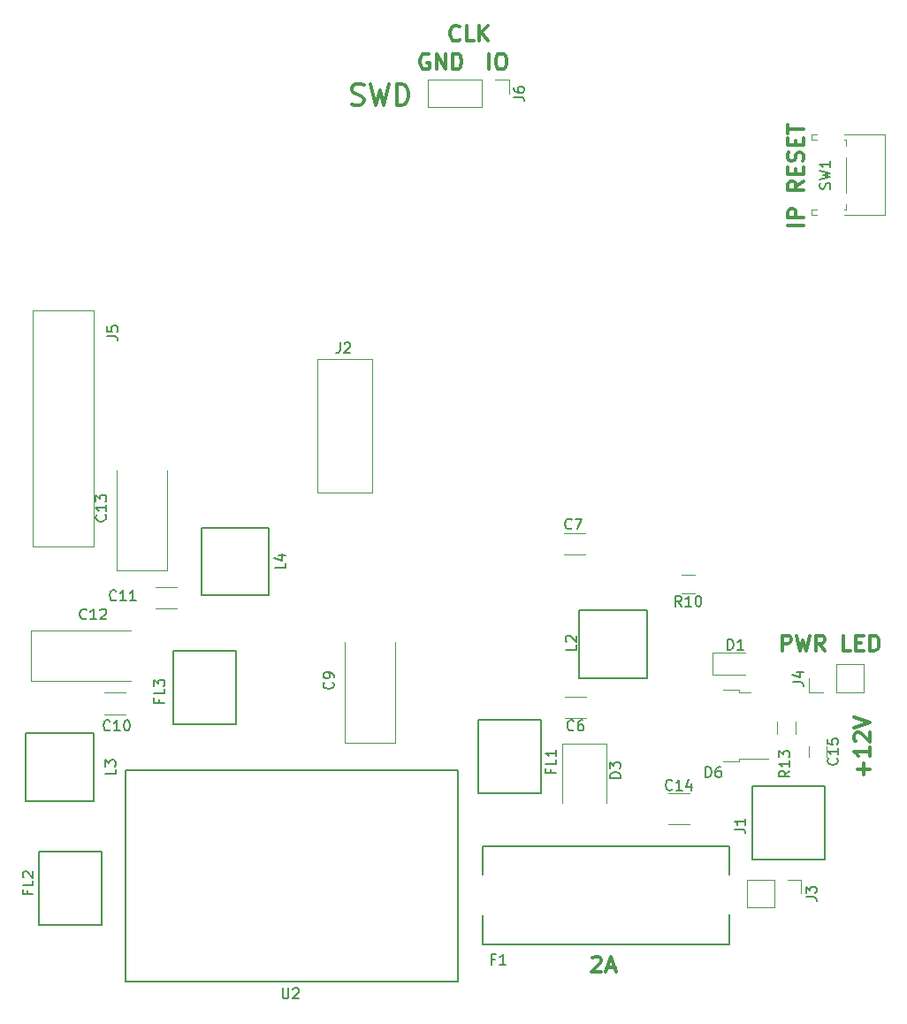
<source format=gbr>
G04 #@! TF.GenerationSoftware,KiCad,Pcbnew,(5.1.2)-1*
G04 #@! TF.CreationDate,2019-12-09T15:18:37+03:00*
G04 #@! TF.ProjectId,controller_board,636f6e74-726f-46c6-9c65-725f626f6172,rev?*
G04 #@! TF.SameCoordinates,Original*
G04 #@! TF.FileFunction,Legend,Top*
G04 #@! TF.FilePolarity,Positive*
%FSLAX46Y46*%
G04 Gerber Fmt 4.6, Leading zero omitted, Abs format (unit mm)*
G04 Created by KiCad (PCBNEW (5.1.2)-1) date 2019-12-09 15:18:37*
%MOMM*%
%LPD*%
G04 APERTURE LIST*
%ADD10C,0.300000*%
%ADD11C,0.150000*%
%ADD12C,0.120000*%
%ADD13C,0.200000*%
G04 APERTURE END LIST*
D10*
X171228571Y-132971428D02*
X171300000Y-132900000D01*
X171442857Y-132828571D01*
X171800000Y-132828571D01*
X171942857Y-132900000D01*
X172014285Y-132971428D01*
X172085714Y-133114285D01*
X172085714Y-133257142D01*
X172014285Y-133471428D01*
X171157142Y-134328571D01*
X172085714Y-134328571D01*
X172657142Y-133900000D02*
X173371428Y-133900000D01*
X172514285Y-134328571D02*
X173014285Y-132828571D01*
X173514285Y-134328571D01*
X189392857Y-103578571D02*
X189392857Y-102078571D01*
X189964285Y-102078571D01*
X190107142Y-102150000D01*
X190178571Y-102221428D01*
X190250000Y-102364285D01*
X190250000Y-102578571D01*
X190178571Y-102721428D01*
X190107142Y-102792857D01*
X189964285Y-102864285D01*
X189392857Y-102864285D01*
X190750000Y-102078571D02*
X191107142Y-103578571D01*
X191392857Y-102507142D01*
X191678571Y-103578571D01*
X192035714Y-102078571D01*
X193464285Y-103578571D02*
X192964285Y-102864285D01*
X192607142Y-103578571D02*
X192607142Y-102078571D01*
X193178571Y-102078571D01*
X193321428Y-102150000D01*
X193392857Y-102221428D01*
X193464285Y-102364285D01*
X193464285Y-102578571D01*
X193392857Y-102721428D01*
X193321428Y-102792857D01*
X193178571Y-102864285D01*
X192607142Y-102864285D01*
X195964285Y-103578571D02*
X195250000Y-103578571D01*
X195250000Y-102078571D01*
X196464285Y-102792857D02*
X196964285Y-102792857D01*
X197178571Y-103578571D02*
X196464285Y-103578571D01*
X196464285Y-102078571D01*
X197178571Y-102078571D01*
X197821428Y-103578571D02*
X197821428Y-102078571D01*
X198178571Y-102078571D01*
X198392857Y-102150000D01*
X198535714Y-102292857D01*
X198607142Y-102435714D01*
X198678571Y-102721428D01*
X198678571Y-102935714D01*
X198607142Y-103221428D01*
X198535714Y-103364285D01*
X198392857Y-103507142D01*
X198178571Y-103578571D01*
X197821428Y-103578571D01*
X197207142Y-115442857D02*
X197207142Y-114300000D01*
X197778571Y-114871428D02*
X196635714Y-114871428D01*
X197778571Y-112800000D02*
X197778571Y-113657142D01*
X197778571Y-113228571D02*
X196278571Y-113228571D01*
X196492857Y-113371428D01*
X196635714Y-113514285D01*
X196707142Y-113657142D01*
X196421428Y-112228571D02*
X196350000Y-112157142D01*
X196278571Y-112014285D01*
X196278571Y-111657142D01*
X196350000Y-111514285D01*
X196421428Y-111442857D01*
X196564285Y-111371428D01*
X196707142Y-111371428D01*
X196921428Y-111442857D01*
X197778571Y-112300000D01*
X197778571Y-111371428D01*
X196278571Y-110942857D02*
X197778571Y-110442857D01*
X196278571Y-109942857D01*
X191428571Y-62814285D02*
X189928571Y-62814285D01*
X191428571Y-62100000D02*
X189928571Y-62100000D01*
X189928571Y-61528571D01*
X190000000Y-61385714D01*
X190071428Y-61314285D01*
X190214285Y-61242857D01*
X190428571Y-61242857D01*
X190571428Y-61314285D01*
X190642857Y-61385714D01*
X190714285Y-61528571D01*
X190714285Y-62100000D01*
X191428571Y-58600000D02*
X190714285Y-59100000D01*
X191428571Y-59457142D02*
X189928571Y-59457142D01*
X189928571Y-58885714D01*
X190000000Y-58742857D01*
X190071428Y-58671428D01*
X190214285Y-58600000D01*
X190428571Y-58600000D01*
X190571428Y-58671428D01*
X190642857Y-58742857D01*
X190714285Y-58885714D01*
X190714285Y-59457142D01*
X190642857Y-57957142D02*
X190642857Y-57457142D01*
X191428571Y-57242857D02*
X191428571Y-57957142D01*
X189928571Y-57957142D01*
X189928571Y-57242857D01*
X191357142Y-56671428D02*
X191428571Y-56457142D01*
X191428571Y-56100000D01*
X191357142Y-55957142D01*
X191285714Y-55885714D01*
X191142857Y-55814285D01*
X191000000Y-55814285D01*
X190857142Y-55885714D01*
X190785714Y-55957142D01*
X190714285Y-56100000D01*
X190642857Y-56385714D01*
X190571428Y-56528571D01*
X190500000Y-56600000D01*
X190357142Y-56671428D01*
X190214285Y-56671428D01*
X190071428Y-56600000D01*
X190000000Y-56528571D01*
X189928571Y-56385714D01*
X189928571Y-56028571D01*
X190000000Y-55814285D01*
X190642857Y-55171428D02*
X190642857Y-54671428D01*
X191428571Y-54457142D02*
X191428571Y-55171428D01*
X189928571Y-55171428D01*
X189928571Y-54457142D01*
X189928571Y-54028571D02*
X189928571Y-53171428D01*
X191428571Y-53600000D02*
X189928571Y-53600000D01*
X155557142Y-46450000D02*
X155414285Y-46378571D01*
X155200000Y-46378571D01*
X154985714Y-46450000D01*
X154842857Y-46592857D01*
X154771428Y-46735714D01*
X154700000Y-47021428D01*
X154700000Y-47235714D01*
X154771428Y-47521428D01*
X154842857Y-47664285D01*
X154985714Y-47807142D01*
X155200000Y-47878571D01*
X155342857Y-47878571D01*
X155557142Y-47807142D01*
X155628571Y-47735714D01*
X155628571Y-47235714D01*
X155342857Y-47235714D01*
X156271428Y-47878571D02*
X156271428Y-46378571D01*
X157128571Y-47878571D01*
X157128571Y-46378571D01*
X157842857Y-47878571D02*
X157842857Y-46378571D01*
X158200000Y-46378571D01*
X158414285Y-46450000D01*
X158557142Y-46592857D01*
X158628571Y-46735714D01*
X158700000Y-47021428D01*
X158700000Y-47235714D01*
X158628571Y-47521428D01*
X158557142Y-47664285D01*
X158414285Y-47807142D01*
X158200000Y-47878571D01*
X157842857Y-47878571D01*
X161314285Y-47878571D02*
X161314285Y-46378571D01*
X162314285Y-46378571D02*
X162600000Y-46378571D01*
X162742857Y-46450000D01*
X162885714Y-46592857D01*
X162957142Y-46878571D01*
X162957142Y-47378571D01*
X162885714Y-47664285D01*
X162742857Y-47807142D01*
X162600000Y-47878571D01*
X162314285Y-47878571D01*
X162171428Y-47807142D01*
X162028571Y-47664285D01*
X161957142Y-47378571D01*
X161957142Y-46878571D01*
X162028571Y-46592857D01*
X162171428Y-46450000D01*
X162314285Y-46378571D01*
X158507142Y-45035714D02*
X158435714Y-45107142D01*
X158221428Y-45178571D01*
X158078571Y-45178571D01*
X157864285Y-45107142D01*
X157721428Y-44964285D01*
X157650000Y-44821428D01*
X157578571Y-44535714D01*
X157578571Y-44321428D01*
X157650000Y-44035714D01*
X157721428Y-43892857D01*
X157864285Y-43750000D01*
X158078571Y-43678571D01*
X158221428Y-43678571D01*
X158435714Y-43750000D01*
X158507142Y-43821428D01*
X159864285Y-45178571D02*
X159150000Y-45178571D01*
X159150000Y-43678571D01*
X160364285Y-45178571D02*
X160364285Y-43678571D01*
X161221428Y-45178571D02*
X160578571Y-44321428D01*
X161221428Y-43678571D02*
X160364285Y-44535714D01*
X148185714Y-51209523D02*
X148471428Y-51304761D01*
X148947619Y-51304761D01*
X149138095Y-51209523D01*
X149233333Y-51114285D01*
X149328571Y-50923809D01*
X149328571Y-50733333D01*
X149233333Y-50542857D01*
X149138095Y-50447619D01*
X148947619Y-50352380D01*
X148566666Y-50257142D01*
X148376190Y-50161904D01*
X148280952Y-50066666D01*
X148185714Y-49876190D01*
X148185714Y-49685714D01*
X148280952Y-49495238D01*
X148376190Y-49400000D01*
X148566666Y-49304761D01*
X149042857Y-49304761D01*
X149328571Y-49400000D01*
X149995238Y-49304761D02*
X150471428Y-51304761D01*
X150852380Y-49876190D01*
X151233333Y-51304761D01*
X151709523Y-49304761D01*
X152471428Y-51304761D02*
X152471428Y-49304761D01*
X152947619Y-49304761D01*
X153233333Y-49400000D01*
X153423809Y-49590476D01*
X153519047Y-49780952D01*
X153614285Y-50161904D01*
X153614285Y-50447619D01*
X153519047Y-50828571D01*
X153423809Y-51019047D01*
X153233333Y-51209523D01*
X152947619Y-51304761D01*
X152471428Y-51304761D01*
D11*
X184300000Y-131700000D02*
X184300000Y-128800000D01*
X160700000Y-131700000D02*
X184300000Y-131700000D01*
X160700000Y-128900000D02*
X160700000Y-131700000D01*
X160700000Y-122300000D02*
X160700000Y-125000000D01*
X184300000Y-122300000D02*
X184300000Y-125000000D01*
X160700000Y-122300000D02*
X184300000Y-122300000D01*
X186500000Y-116500000D02*
X193500000Y-116500000D01*
X186500000Y-123500000D02*
X186500000Y-116500000D01*
X193500000Y-123500000D02*
X186500000Y-123500000D01*
X193500000Y-116500000D02*
X193500000Y-123500000D01*
X126500000Y-114950000D02*
X158300000Y-114950000D01*
X126500000Y-135250000D02*
X126500000Y-114950000D01*
X158300000Y-135250000D02*
X126500000Y-135250000D01*
X158300000Y-114950000D02*
X158300000Y-135250000D01*
D12*
X147500000Y-75600000D02*
X150100000Y-75600000D01*
X150090000Y-75590000D02*
X150090000Y-78190000D01*
X144900000Y-75590000D02*
X147500000Y-75590000D01*
X144900000Y-88410000D02*
X144900000Y-75590000D01*
X150100000Y-88410000D02*
X144900000Y-88410000D01*
X150100000Y-78190000D02*
X150100000Y-88410000D01*
X180500000Y-117220000D02*
X178500000Y-117220000D01*
X178500000Y-120180000D02*
X180500000Y-120180000D01*
X160630000Y-48870000D02*
X155490000Y-48870000D01*
X155490000Y-48870000D02*
X155490000Y-51530000D01*
X155490000Y-51530000D02*
X160630000Y-51530000D01*
X160630000Y-51530000D02*
X160630000Y-48870000D01*
X161900000Y-48870000D02*
X163230000Y-48870000D01*
X163230000Y-48870000D02*
X163230000Y-50200000D01*
X193650000Y-113700000D02*
X193650000Y-112700000D01*
X191950000Y-112700000D02*
X191950000Y-113700000D01*
X172600000Y-112450000D02*
X168300000Y-112450000D01*
X168300000Y-112450000D02*
X168300000Y-118150000D01*
X172600000Y-112450000D02*
X172600000Y-118150000D01*
X190680000Y-110300000D02*
X190680000Y-111500000D01*
X188920000Y-111500000D02*
X188920000Y-110300000D01*
X183770000Y-114150000D02*
X185270000Y-114150000D01*
X185270000Y-114150000D02*
X185270000Y-113880000D01*
X185270000Y-113880000D02*
X188100000Y-113880000D01*
X183770000Y-107250000D02*
X185270000Y-107250000D01*
X185270000Y-107250000D02*
X185270000Y-107520000D01*
X185270000Y-107520000D02*
X186370000Y-107520000D01*
X182700000Y-103740000D02*
X182700000Y-105860000D01*
X185900000Y-103740000D02*
X182700000Y-103740000D01*
X182700000Y-105860000D02*
X185900000Y-105860000D01*
X168600000Y-110020000D02*
X170600000Y-110020000D01*
X170600000Y-107980000D02*
X168600000Y-107980000D01*
X168500000Y-94320000D02*
X170500000Y-94320000D01*
X170500000Y-92280000D02*
X168500000Y-92280000D01*
X147500000Y-112350000D02*
X147500000Y-102750000D01*
X152300000Y-112350000D02*
X152300000Y-102750000D01*
X147500000Y-112350000D02*
X152300000Y-112350000D01*
X126500000Y-107580000D02*
X124500000Y-107580000D01*
X124500000Y-109620000D02*
X126500000Y-109620000D01*
X131400000Y-97480000D02*
X129400000Y-97480000D01*
X129400000Y-99520000D02*
X131400000Y-99520000D01*
X117450000Y-101600000D02*
X127050000Y-101600000D01*
X117450000Y-106400000D02*
X127050000Y-106400000D01*
X117450000Y-101600000D02*
X117450000Y-106400000D01*
X125700000Y-95850000D02*
X125700000Y-86250000D01*
X130500000Y-95850000D02*
X130500000Y-86250000D01*
X125700000Y-95850000D02*
X130500000Y-95850000D01*
D11*
X166300000Y-110200000D02*
X160300000Y-110200000D01*
X160300000Y-110200000D02*
X160300000Y-117200000D01*
X160300000Y-117200000D02*
X166300000Y-117200000D01*
X166300000Y-117200000D02*
X166300000Y-110200000D01*
X118200000Y-129800000D02*
X124200000Y-129800000D01*
X124200000Y-129800000D02*
X124200000Y-122800000D01*
X124200000Y-122800000D02*
X118200000Y-122800000D01*
X118200000Y-122800000D02*
X118200000Y-129800000D01*
X131100000Y-110600000D02*
X137100000Y-110600000D01*
X137100000Y-110600000D02*
X137100000Y-103600000D01*
X137100000Y-103600000D02*
X131100000Y-103600000D01*
X131100000Y-103600000D02*
X131100000Y-110600000D01*
D12*
X188630000Y-125470000D02*
X186030000Y-125470000D01*
X186030000Y-125470000D02*
X186030000Y-128130000D01*
X186030000Y-128130000D02*
X188630000Y-128130000D01*
X188630000Y-128130000D02*
X188630000Y-125470000D01*
X189900000Y-125470000D02*
X191230000Y-125470000D01*
X191230000Y-125470000D02*
X191230000Y-126800000D01*
X194570000Y-107530000D02*
X197170000Y-107530000D01*
X197170000Y-107530000D02*
X197170000Y-104870000D01*
X197170000Y-104870000D02*
X194570000Y-104870000D01*
X194570000Y-104870000D02*
X194570000Y-107530000D01*
X193300000Y-107530000D02*
X191970000Y-107530000D01*
X191970000Y-107530000D02*
X191970000Y-106200000D01*
X117590000Y-92270000D02*
X117590000Y-93540000D01*
X117590000Y-93540000D02*
X123430000Y-93540000D01*
X123430000Y-93540000D02*
X123430000Y-92270000D01*
X117590000Y-72200000D02*
X117590000Y-70930000D01*
X123430000Y-72200000D02*
X123430000Y-70930000D01*
X117590000Y-70930000D02*
X123430000Y-70930000D01*
X123430000Y-92270000D02*
X123430000Y-72200000D01*
X117590000Y-72200000D02*
X117590000Y-92270000D01*
D11*
X169950000Y-106150000D02*
X169950000Y-99650000D01*
X169950000Y-99650000D02*
X176450000Y-99650000D01*
X176450000Y-99650000D02*
X176450000Y-106150000D01*
X176450000Y-106150000D02*
X169950000Y-106150000D01*
X116950000Y-117950000D02*
X116950000Y-111450000D01*
X116950000Y-111450000D02*
X123450000Y-111450000D01*
X123450000Y-111450000D02*
X123450000Y-117950000D01*
X123450000Y-117950000D02*
X116950000Y-117950000D01*
X140250000Y-91750000D02*
X140250000Y-98250000D01*
X140250000Y-98250000D02*
X133750000Y-98250000D01*
X133750000Y-98250000D02*
X133750000Y-91750000D01*
X133750000Y-91750000D02*
X140250000Y-91750000D01*
D12*
X195530000Y-54660000D02*
X195300000Y-54660000D01*
X199200000Y-54140000D02*
X199200000Y-61860000D01*
X199200000Y-61860000D02*
X195300000Y-61860000D01*
X192190000Y-54140000D02*
X192190000Y-54660000D01*
X199200000Y-54140000D02*
X195300000Y-54140000D01*
X195530000Y-61340000D02*
X195300000Y-61340000D01*
X192700000Y-54660000D02*
X192190000Y-54660000D01*
X192700000Y-54140000D02*
X192190000Y-54140000D01*
X195530000Y-60800000D02*
X195530000Y-61340000D01*
X192700000Y-61340000D02*
X192190000Y-61340000D01*
X192190000Y-61340000D02*
X192190000Y-61860000D01*
X192700000Y-61860000D02*
X192190000Y-61860000D01*
X195530000Y-54660000D02*
X195530000Y-55200000D01*
X195530000Y-56300000D02*
X195530000Y-59700000D01*
X179800000Y-96320000D02*
X181000000Y-96320000D01*
X181000000Y-98080000D02*
X179800000Y-98080000D01*
D11*
X161866666Y-133078571D02*
X161533333Y-133078571D01*
X161533333Y-133602380D02*
X161533333Y-132602380D01*
X162009523Y-132602380D01*
X162914285Y-133602380D02*
X162342857Y-133602380D01*
X162628571Y-133602380D02*
X162628571Y-132602380D01*
X162533333Y-132745238D01*
X162438095Y-132840476D01*
X162342857Y-132888095D01*
D13*
X184852380Y-120633333D02*
X185566666Y-120633333D01*
X185709523Y-120680952D01*
X185804761Y-120776190D01*
X185852380Y-120919047D01*
X185852380Y-121014285D01*
X185852380Y-119633333D02*
X185852380Y-120204761D01*
X185852380Y-119919047D02*
X184852380Y-119919047D01*
X184995238Y-120014285D01*
X185090476Y-120109523D01*
X185138095Y-120204761D01*
X141538095Y-135852380D02*
X141538095Y-136661904D01*
X141585714Y-136757142D01*
X141633333Y-136804761D01*
X141728571Y-136852380D01*
X141919047Y-136852380D01*
X142014285Y-136804761D01*
X142061904Y-136757142D01*
X142109523Y-136661904D01*
X142109523Y-135852380D01*
X142538095Y-135947619D02*
X142585714Y-135900000D01*
X142680952Y-135852380D01*
X142919047Y-135852380D01*
X143014285Y-135900000D01*
X143061904Y-135947619D01*
X143109523Y-136042857D01*
X143109523Y-136138095D01*
X143061904Y-136280952D01*
X142490476Y-136852380D01*
X143109523Y-136852380D01*
X147039666Y-74042380D02*
X147039666Y-74756666D01*
X146992047Y-74899523D01*
X146896809Y-74994761D01*
X146753952Y-75042380D01*
X146658714Y-75042380D01*
X147468238Y-74137619D02*
X147515857Y-74090000D01*
X147611095Y-74042380D01*
X147849190Y-74042380D01*
X147944428Y-74090000D01*
X147992047Y-74137619D01*
X148039666Y-74232857D01*
X148039666Y-74328095D01*
X147992047Y-74470952D01*
X147420619Y-75042380D01*
X148039666Y-75042380D01*
X178857142Y-116807142D02*
X178809523Y-116854761D01*
X178666666Y-116902380D01*
X178571428Y-116902380D01*
X178428571Y-116854761D01*
X178333333Y-116759523D01*
X178285714Y-116664285D01*
X178238095Y-116473809D01*
X178238095Y-116330952D01*
X178285714Y-116140476D01*
X178333333Y-116045238D01*
X178428571Y-115950000D01*
X178571428Y-115902380D01*
X178666666Y-115902380D01*
X178809523Y-115950000D01*
X178857142Y-115997619D01*
X179809523Y-116902380D02*
X179238095Y-116902380D01*
X179523809Y-116902380D02*
X179523809Y-115902380D01*
X179428571Y-116045238D01*
X179333333Y-116140476D01*
X179238095Y-116188095D01*
X180666666Y-116235714D02*
X180666666Y-116902380D01*
X180428571Y-115854761D02*
X180190476Y-116569047D01*
X180809523Y-116569047D01*
X163682380Y-50533333D02*
X164396666Y-50533333D01*
X164539523Y-50580952D01*
X164634761Y-50676190D01*
X164682380Y-50819047D01*
X164682380Y-50914285D01*
X163682380Y-49628571D02*
X163682380Y-49819047D01*
X163730000Y-49914285D01*
X163777619Y-49961904D01*
X163920476Y-50057142D01*
X164110952Y-50104761D01*
X164491904Y-50104761D01*
X164587142Y-50057142D01*
X164634761Y-50009523D01*
X164682380Y-49914285D01*
X164682380Y-49723809D01*
X164634761Y-49628571D01*
X164587142Y-49580952D01*
X164491904Y-49533333D01*
X164253809Y-49533333D01*
X164158571Y-49580952D01*
X164110952Y-49628571D01*
X164063333Y-49723809D01*
X164063333Y-49914285D01*
X164110952Y-50009523D01*
X164158571Y-50057142D01*
X164253809Y-50104761D01*
X194657142Y-113842857D02*
X194704761Y-113890476D01*
X194752380Y-114033333D01*
X194752380Y-114128571D01*
X194704761Y-114271428D01*
X194609523Y-114366666D01*
X194514285Y-114414285D01*
X194323809Y-114461904D01*
X194180952Y-114461904D01*
X193990476Y-114414285D01*
X193895238Y-114366666D01*
X193800000Y-114271428D01*
X193752380Y-114128571D01*
X193752380Y-114033333D01*
X193800000Y-113890476D01*
X193847619Y-113842857D01*
X194752380Y-112890476D02*
X194752380Y-113461904D01*
X194752380Y-113176190D02*
X193752380Y-113176190D01*
X193895238Y-113271428D01*
X193990476Y-113366666D01*
X194038095Y-113461904D01*
X193752380Y-111985714D02*
X193752380Y-112461904D01*
X194228571Y-112509523D01*
X194180952Y-112461904D01*
X194133333Y-112366666D01*
X194133333Y-112128571D01*
X194180952Y-112033333D01*
X194228571Y-111985714D01*
X194323809Y-111938095D01*
X194561904Y-111938095D01*
X194657142Y-111985714D01*
X194704761Y-112033333D01*
X194752380Y-112128571D01*
X194752380Y-112366666D01*
X194704761Y-112461904D01*
X194657142Y-112509523D01*
X173902380Y-115738095D02*
X172902380Y-115738095D01*
X172902380Y-115500000D01*
X172950000Y-115357142D01*
X173045238Y-115261904D01*
X173140476Y-115214285D01*
X173330952Y-115166666D01*
X173473809Y-115166666D01*
X173664285Y-115214285D01*
X173759523Y-115261904D01*
X173854761Y-115357142D01*
X173902380Y-115500000D01*
X173902380Y-115738095D01*
X172902380Y-114833333D02*
X172902380Y-114214285D01*
X173283333Y-114547619D01*
X173283333Y-114404761D01*
X173330952Y-114309523D01*
X173378571Y-114261904D01*
X173473809Y-114214285D01*
X173711904Y-114214285D01*
X173807142Y-114261904D01*
X173854761Y-114309523D01*
X173902380Y-114404761D01*
X173902380Y-114690476D01*
X173854761Y-114785714D01*
X173807142Y-114833333D01*
X190102380Y-115042857D02*
X189626190Y-115376190D01*
X190102380Y-115614285D02*
X189102380Y-115614285D01*
X189102380Y-115233333D01*
X189150000Y-115138095D01*
X189197619Y-115090476D01*
X189292857Y-115042857D01*
X189435714Y-115042857D01*
X189530952Y-115090476D01*
X189578571Y-115138095D01*
X189626190Y-115233333D01*
X189626190Y-115614285D01*
X190102380Y-114090476D02*
X190102380Y-114661904D01*
X190102380Y-114376190D02*
X189102380Y-114376190D01*
X189245238Y-114471428D01*
X189340476Y-114566666D01*
X189388095Y-114661904D01*
X189102380Y-113757142D02*
X189102380Y-113138095D01*
X189483333Y-113471428D01*
X189483333Y-113328571D01*
X189530952Y-113233333D01*
X189578571Y-113185714D01*
X189673809Y-113138095D01*
X189911904Y-113138095D01*
X190007142Y-113185714D01*
X190054761Y-113233333D01*
X190102380Y-113328571D01*
X190102380Y-113614285D01*
X190054761Y-113709523D01*
X190007142Y-113757142D01*
X182061904Y-115652380D02*
X182061904Y-114652380D01*
X182300000Y-114652380D01*
X182442857Y-114700000D01*
X182538095Y-114795238D01*
X182585714Y-114890476D01*
X182633333Y-115080952D01*
X182633333Y-115223809D01*
X182585714Y-115414285D01*
X182538095Y-115509523D01*
X182442857Y-115604761D01*
X182300000Y-115652380D01*
X182061904Y-115652380D01*
X183490476Y-114652380D02*
X183300000Y-114652380D01*
X183204761Y-114700000D01*
X183157142Y-114747619D01*
X183061904Y-114890476D01*
X183014285Y-115080952D01*
X183014285Y-115461904D01*
X183061904Y-115557142D01*
X183109523Y-115604761D01*
X183204761Y-115652380D01*
X183395238Y-115652380D01*
X183490476Y-115604761D01*
X183538095Y-115557142D01*
X183585714Y-115461904D01*
X183585714Y-115223809D01*
X183538095Y-115128571D01*
X183490476Y-115080952D01*
X183395238Y-115033333D01*
X183204761Y-115033333D01*
X183109523Y-115080952D01*
X183061904Y-115128571D01*
X183014285Y-115223809D01*
X184161904Y-103452380D02*
X184161904Y-102452380D01*
X184400000Y-102452380D01*
X184542857Y-102500000D01*
X184638095Y-102595238D01*
X184685714Y-102690476D01*
X184733333Y-102880952D01*
X184733333Y-103023809D01*
X184685714Y-103214285D01*
X184638095Y-103309523D01*
X184542857Y-103404761D01*
X184400000Y-103452380D01*
X184161904Y-103452380D01*
X185685714Y-103452380D02*
X185114285Y-103452380D01*
X185400000Y-103452380D02*
X185400000Y-102452380D01*
X185304761Y-102595238D01*
X185209523Y-102690476D01*
X185114285Y-102738095D01*
X169433333Y-111107142D02*
X169385714Y-111154761D01*
X169242857Y-111202380D01*
X169147619Y-111202380D01*
X169004761Y-111154761D01*
X168909523Y-111059523D01*
X168861904Y-110964285D01*
X168814285Y-110773809D01*
X168814285Y-110630952D01*
X168861904Y-110440476D01*
X168909523Y-110345238D01*
X169004761Y-110250000D01*
X169147619Y-110202380D01*
X169242857Y-110202380D01*
X169385714Y-110250000D01*
X169433333Y-110297619D01*
X170290476Y-110202380D02*
X170100000Y-110202380D01*
X170004761Y-110250000D01*
X169957142Y-110297619D01*
X169861904Y-110440476D01*
X169814285Y-110630952D01*
X169814285Y-111011904D01*
X169861904Y-111107142D01*
X169909523Y-111154761D01*
X170004761Y-111202380D01*
X170195238Y-111202380D01*
X170290476Y-111154761D01*
X170338095Y-111107142D01*
X170385714Y-111011904D01*
X170385714Y-110773809D01*
X170338095Y-110678571D01*
X170290476Y-110630952D01*
X170195238Y-110583333D01*
X170004761Y-110583333D01*
X169909523Y-110630952D01*
X169861904Y-110678571D01*
X169814285Y-110773809D01*
X169233333Y-91807142D02*
X169185714Y-91854761D01*
X169042857Y-91902380D01*
X168947619Y-91902380D01*
X168804761Y-91854761D01*
X168709523Y-91759523D01*
X168661904Y-91664285D01*
X168614285Y-91473809D01*
X168614285Y-91330952D01*
X168661904Y-91140476D01*
X168709523Y-91045238D01*
X168804761Y-90950000D01*
X168947619Y-90902380D01*
X169042857Y-90902380D01*
X169185714Y-90950000D01*
X169233333Y-90997619D01*
X169566666Y-90902380D02*
X170233333Y-90902380D01*
X169804761Y-91902380D01*
X146357142Y-106566666D02*
X146404761Y-106614285D01*
X146452380Y-106757142D01*
X146452380Y-106852380D01*
X146404761Y-106995238D01*
X146309523Y-107090476D01*
X146214285Y-107138095D01*
X146023809Y-107185714D01*
X145880952Y-107185714D01*
X145690476Y-107138095D01*
X145595238Y-107090476D01*
X145500000Y-106995238D01*
X145452380Y-106852380D01*
X145452380Y-106757142D01*
X145500000Y-106614285D01*
X145547619Y-106566666D01*
X146452380Y-106090476D02*
X146452380Y-105900000D01*
X146404761Y-105804761D01*
X146357142Y-105757142D01*
X146214285Y-105661904D01*
X146023809Y-105614285D01*
X145642857Y-105614285D01*
X145547619Y-105661904D01*
X145500000Y-105709523D01*
X145452380Y-105804761D01*
X145452380Y-105995238D01*
X145500000Y-106090476D01*
X145547619Y-106138095D01*
X145642857Y-106185714D01*
X145880952Y-106185714D01*
X145976190Y-106138095D01*
X146023809Y-106090476D01*
X146071428Y-105995238D01*
X146071428Y-105804761D01*
X146023809Y-105709523D01*
X145976190Y-105661904D01*
X145880952Y-105614285D01*
X125007142Y-111107142D02*
X124959523Y-111154761D01*
X124816666Y-111202380D01*
X124721428Y-111202380D01*
X124578571Y-111154761D01*
X124483333Y-111059523D01*
X124435714Y-110964285D01*
X124388095Y-110773809D01*
X124388095Y-110630952D01*
X124435714Y-110440476D01*
X124483333Y-110345238D01*
X124578571Y-110250000D01*
X124721428Y-110202380D01*
X124816666Y-110202380D01*
X124959523Y-110250000D01*
X125007142Y-110297619D01*
X125959523Y-111202380D02*
X125388095Y-111202380D01*
X125673809Y-111202380D02*
X125673809Y-110202380D01*
X125578571Y-110345238D01*
X125483333Y-110440476D01*
X125388095Y-110488095D01*
X126578571Y-110202380D02*
X126673809Y-110202380D01*
X126769047Y-110250000D01*
X126816666Y-110297619D01*
X126864285Y-110392857D01*
X126911904Y-110583333D01*
X126911904Y-110821428D01*
X126864285Y-111011904D01*
X126816666Y-111107142D01*
X126769047Y-111154761D01*
X126673809Y-111202380D01*
X126578571Y-111202380D01*
X126483333Y-111154761D01*
X126435714Y-111107142D01*
X126388095Y-111011904D01*
X126340476Y-110821428D01*
X126340476Y-110583333D01*
X126388095Y-110392857D01*
X126435714Y-110297619D01*
X126483333Y-110250000D01*
X126578571Y-110202380D01*
X125607142Y-98657142D02*
X125559523Y-98704761D01*
X125416666Y-98752380D01*
X125321428Y-98752380D01*
X125178571Y-98704761D01*
X125083333Y-98609523D01*
X125035714Y-98514285D01*
X124988095Y-98323809D01*
X124988095Y-98180952D01*
X125035714Y-97990476D01*
X125083333Y-97895238D01*
X125178571Y-97800000D01*
X125321428Y-97752380D01*
X125416666Y-97752380D01*
X125559523Y-97800000D01*
X125607142Y-97847619D01*
X126559523Y-98752380D02*
X125988095Y-98752380D01*
X126273809Y-98752380D02*
X126273809Y-97752380D01*
X126178571Y-97895238D01*
X126083333Y-97990476D01*
X125988095Y-98038095D01*
X127511904Y-98752380D02*
X126940476Y-98752380D01*
X127226190Y-98752380D02*
X127226190Y-97752380D01*
X127130952Y-97895238D01*
X127035714Y-97990476D01*
X126940476Y-98038095D01*
X122757142Y-100457142D02*
X122709523Y-100504761D01*
X122566666Y-100552380D01*
X122471428Y-100552380D01*
X122328571Y-100504761D01*
X122233333Y-100409523D01*
X122185714Y-100314285D01*
X122138095Y-100123809D01*
X122138095Y-99980952D01*
X122185714Y-99790476D01*
X122233333Y-99695238D01*
X122328571Y-99600000D01*
X122471428Y-99552380D01*
X122566666Y-99552380D01*
X122709523Y-99600000D01*
X122757142Y-99647619D01*
X123709523Y-100552380D02*
X123138095Y-100552380D01*
X123423809Y-100552380D02*
X123423809Y-99552380D01*
X123328571Y-99695238D01*
X123233333Y-99790476D01*
X123138095Y-99838095D01*
X124090476Y-99647619D02*
X124138095Y-99600000D01*
X124233333Y-99552380D01*
X124471428Y-99552380D01*
X124566666Y-99600000D01*
X124614285Y-99647619D01*
X124661904Y-99742857D01*
X124661904Y-99838095D01*
X124614285Y-99980952D01*
X124042857Y-100552380D01*
X124661904Y-100552380D01*
X124557142Y-90542857D02*
X124604761Y-90590476D01*
X124652380Y-90733333D01*
X124652380Y-90828571D01*
X124604761Y-90971428D01*
X124509523Y-91066666D01*
X124414285Y-91114285D01*
X124223809Y-91161904D01*
X124080952Y-91161904D01*
X123890476Y-91114285D01*
X123795238Y-91066666D01*
X123700000Y-90971428D01*
X123652380Y-90828571D01*
X123652380Y-90733333D01*
X123700000Y-90590476D01*
X123747619Y-90542857D01*
X124652380Y-89590476D02*
X124652380Y-90161904D01*
X124652380Y-89876190D02*
X123652380Y-89876190D01*
X123795238Y-89971428D01*
X123890476Y-90066666D01*
X123938095Y-90161904D01*
X123652380Y-89257142D02*
X123652380Y-88638095D01*
X124033333Y-88971428D01*
X124033333Y-88828571D01*
X124080952Y-88733333D01*
X124128571Y-88685714D01*
X124223809Y-88638095D01*
X124461904Y-88638095D01*
X124557142Y-88685714D01*
X124604761Y-88733333D01*
X124652380Y-88828571D01*
X124652380Y-89114285D01*
X124604761Y-89209523D01*
X124557142Y-89257142D01*
X167228571Y-114938095D02*
X167228571Y-115271428D01*
X167752380Y-115271428D02*
X166752380Y-115271428D01*
X166752380Y-114795238D01*
X167752380Y-113938095D02*
X167752380Y-114414285D01*
X166752380Y-114414285D01*
X167752380Y-113080952D02*
X167752380Y-113652380D01*
X167752380Y-113366666D02*
X166752380Y-113366666D01*
X166895238Y-113461904D01*
X166990476Y-113557142D01*
X167038095Y-113652380D01*
X117128571Y-126538095D02*
X117128571Y-126871428D01*
X117652380Y-126871428D02*
X116652380Y-126871428D01*
X116652380Y-126395238D01*
X117652380Y-125538095D02*
X117652380Y-126014285D01*
X116652380Y-126014285D01*
X116747619Y-125252380D02*
X116700000Y-125204761D01*
X116652380Y-125109523D01*
X116652380Y-124871428D01*
X116700000Y-124776190D01*
X116747619Y-124728571D01*
X116842857Y-124680952D01*
X116938095Y-124680952D01*
X117080952Y-124728571D01*
X117652380Y-125300000D01*
X117652380Y-124680952D01*
X129728571Y-108188095D02*
X129728571Y-108521428D01*
X130252380Y-108521428D02*
X129252380Y-108521428D01*
X129252380Y-108045238D01*
X130252380Y-107188095D02*
X130252380Y-107664285D01*
X129252380Y-107664285D01*
X129252380Y-106950000D02*
X129252380Y-106330952D01*
X129633333Y-106664285D01*
X129633333Y-106521428D01*
X129680952Y-106426190D01*
X129728571Y-106378571D01*
X129823809Y-106330952D01*
X130061904Y-106330952D01*
X130157142Y-106378571D01*
X130204761Y-106426190D01*
X130252380Y-106521428D01*
X130252380Y-106807142D01*
X130204761Y-106902380D01*
X130157142Y-106950000D01*
X191682380Y-127133333D02*
X192396666Y-127133333D01*
X192539523Y-127180952D01*
X192634761Y-127276190D01*
X192682380Y-127419047D01*
X192682380Y-127514285D01*
X191682380Y-126752380D02*
X191682380Y-126133333D01*
X192063333Y-126466666D01*
X192063333Y-126323809D01*
X192110952Y-126228571D01*
X192158571Y-126180952D01*
X192253809Y-126133333D01*
X192491904Y-126133333D01*
X192587142Y-126180952D01*
X192634761Y-126228571D01*
X192682380Y-126323809D01*
X192682380Y-126609523D01*
X192634761Y-126704761D01*
X192587142Y-126752380D01*
X190422380Y-106533333D02*
X191136666Y-106533333D01*
X191279523Y-106580952D01*
X191374761Y-106676190D01*
X191422380Y-106819047D01*
X191422380Y-106914285D01*
X190755714Y-105628571D02*
X191422380Y-105628571D01*
X190374761Y-105866666D02*
X191089047Y-106104761D01*
X191089047Y-105485714D01*
X124752380Y-73433333D02*
X125466666Y-73433333D01*
X125609523Y-73480952D01*
X125704761Y-73576190D01*
X125752380Y-73719047D01*
X125752380Y-73814285D01*
X124752380Y-72480952D02*
X124752380Y-72957142D01*
X125228571Y-73004761D01*
X125180952Y-72957142D01*
X125133333Y-72861904D01*
X125133333Y-72623809D01*
X125180952Y-72528571D01*
X125228571Y-72480952D01*
X125323809Y-72433333D01*
X125561904Y-72433333D01*
X125657142Y-72480952D01*
X125704761Y-72528571D01*
X125752380Y-72623809D01*
X125752380Y-72861904D01*
X125704761Y-72957142D01*
X125657142Y-73004761D01*
X169652380Y-102966666D02*
X169652380Y-103442857D01*
X168652380Y-103442857D01*
X168747619Y-102680952D02*
X168700000Y-102633333D01*
X168652380Y-102538095D01*
X168652380Y-102300000D01*
X168700000Y-102204761D01*
X168747619Y-102157142D01*
X168842857Y-102109523D01*
X168938095Y-102109523D01*
X169080952Y-102157142D01*
X169652380Y-102728571D01*
X169652380Y-102109523D01*
X125552380Y-114866666D02*
X125552380Y-115342857D01*
X124552380Y-115342857D01*
X124552380Y-114628571D02*
X124552380Y-114009523D01*
X124933333Y-114342857D01*
X124933333Y-114200000D01*
X124980952Y-114104761D01*
X125028571Y-114057142D01*
X125123809Y-114009523D01*
X125361904Y-114009523D01*
X125457142Y-114057142D01*
X125504761Y-114104761D01*
X125552380Y-114200000D01*
X125552380Y-114485714D01*
X125504761Y-114580952D01*
X125457142Y-114628571D01*
X141802380Y-95166666D02*
X141802380Y-95642857D01*
X140802380Y-95642857D01*
X141135714Y-94404761D02*
X141802380Y-94404761D01*
X140754761Y-94642857D02*
X141469047Y-94880952D01*
X141469047Y-94261904D01*
X193954761Y-59333333D02*
X194002380Y-59190476D01*
X194002380Y-58952380D01*
X193954761Y-58857142D01*
X193907142Y-58809523D01*
X193811904Y-58761904D01*
X193716666Y-58761904D01*
X193621428Y-58809523D01*
X193573809Y-58857142D01*
X193526190Y-58952380D01*
X193478571Y-59142857D01*
X193430952Y-59238095D01*
X193383333Y-59285714D01*
X193288095Y-59333333D01*
X193192857Y-59333333D01*
X193097619Y-59285714D01*
X193050000Y-59238095D01*
X193002380Y-59142857D01*
X193002380Y-58904761D01*
X193050000Y-58761904D01*
X193002380Y-58428571D02*
X194002380Y-58190476D01*
X193288095Y-58000000D01*
X194002380Y-57809523D01*
X193002380Y-57571428D01*
X194002380Y-56666666D02*
X194002380Y-57238095D01*
X194002380Y-56952380D02*
X193002380Y-56952380D01*
X193145238Y-57047619D01*
X193240476Y-57142857D01*
X193288095Y-57238095D01*
X179757142Y-99302380D02*
X179423809Y-98826190D01*
X179185714Y-99302380D02*
X179185714Y-98302380D01*
X179566666Y-98302380D01*
X179661904Y-98350000D01*
X179709523Y-98397619D01*
X179757142Y-98492857D01*
X179757142Y-98635714D01*
X179709523Y-98730952D01*
X179661904Y-98778571D01*
X179566666Y-98826190D01*
X179185714Y-98826190D01*
X180709523Y-99302380D02*
X180138095Y-99302380D01*
X180423809Y-99302380D02*
X180423809Y-98302380D01*
X180328571Y-98445238D01*
X180233333Y-98540476D01*
X180138095Y-98588095D01*
X181328571Y-98302380D02*
X181423809Y-98302380D01*
X181519047Y-98350000D01*
X181566666Y-98397619D01*
X181614285Y-98492857D01*
X181661904Y-98683333D01*
X181661904Y-98921428D01*
X181614285Y-99111904D01*
X181566666Y-99207142D01*
X181519047Y-99254761D01*
X181423809Y-99302380D01*
X181328571Y-99302380D01*
X181233333Y-99254761D01*
X181185714Y-99207142D01*
X181138095Y-99111904D01*
X181090476Y-98921428D01*
X181090476Y-98683333D01*
X181138095Y-98492857D01*
X181185714Y-98397619D01*
X181233333Y-98350000D01*
X181328571Y-98302380D01*
M02*

</source>
